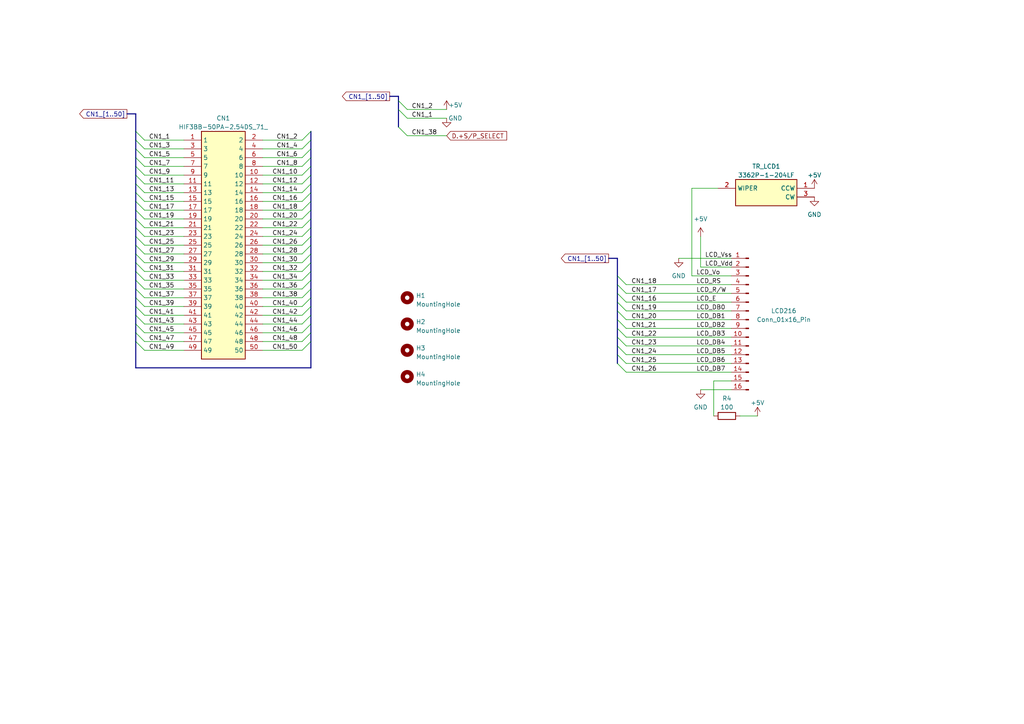
<source format=kicad_sch>
(kicad_sch (version 20230121) (generator eeschema)
  (paper "A4")
  (lib_symbols
    (symbol "Connector:Conn_01x16_Pin" (pin_names (offset 1.016) hide)
      (property "Reference" "J" (at 0 20.32 0))
      (property "Value" "Conn_01x16_Pin" (at 0 -22.86 0))
      (symbol "Conn_01x16_Pin_1_1"
        (polyline (pts (xy 1.27 -20.32) (xy 0.8636 -20.32)) (stroke (width 0.1524)))
        (polyline (pts (xy 1.27 -17.78) (xy 0.8636 -17.78)) (stroke (width 0.1524)))
        (polyline (pts (xy 1.27 -15.24) (xy 0.8636 -15.24)) (stroke (width 0.1524)))
        (polyline (pts (xy 1.27 -12.7) (xy 0.8636 -12.7)) (stroke (width 0.1524)))
        (polyline (pts (xy 1.27 -10.16) (xy 0.8636 -10.16)) (stroke (width 0.1524)))
        (polyline (pts (xy 1.27 -7.62) (xy 0.8636 -7.62)) (stroke (width 0.1524)))
        (polyline (pts (xy 1.27 -5.08) (xy 0.8636 -5.08)) (stroke (width 0.1524)))
        (polyline (pts (xy 1.27 -2.54) (xy 0.8636 -2.54)) (stroke (width 0.1524)))
        (polyline (pts (xy 1.27 0) (xy 0.8636 0)) (stroke (width 0.1524)))
        (polyline (pts (xy 1.27 2.54) (xy 0.8636 2.54)) (stroke (width 0.1524)))
        (polyline (pts (xy 1.27 5.08) (xy 0.8636 5.08)) (stroke (width 0.1524)))
        (polyline (pts (xy 1.27 7.62) (xy 0.8636 7.62)) (stroke (width 0.1524)))
        (polyline (pts (xy 1.27 10.16) (xy 0.8636 10.16)) (stroke (width 0.1524)))
        (polyline (pts (xy 1.27 12.7) (xy 0.8636 12.7)) (stroke (width 0.1524)))
        (polyline (pts (xy 1.27 15.24) (xy 0.8636 15.24)) (stroke (width 0.1524)))
        (polyline (pts (xy 1.27 17.78) (xy 0.8636 17.78)) (stroke (width 0.1524)))
        (rectangle (start 0.8636 -20.193) (end 0 -20.447) (stroke (width 0.1524)) (fill (type outline)))
        (rectangle (start 0.8636 -17.653) (end 0 -17.907) (stroke (width 0.1524)) (fill (type outline)))
        (rectangle (start 0.8636 -15.113) (end 0 -15.367) (stroke (width 0.1524)) (fill (type outline)))
        (rectangle (start 0.8636 -12.573) (end 0 -12.827) (stroke (width 0.1524)) (fill (type outline)))
        (rectangle (start 0.8636 -10.033) (end 0 -10.287) (stroke (width 0.1524)) (fill (type outline)))
        (rectangle (start 0.8636 -7.493) (end 0 -7.747) (stroke (width 0.1524)) (fill (type outline)))
        (rectangle (start 0.8636 -4.953) (end 0 -5.207) (stroke (width 0.1524)) (fill (type outline)))
        (rectangle (start 0.8636 -2.413) (end 0 -2.667) (stroke (width 0.1524)) (fill (type outline)))
        (rectangle (start 0.8636 0.127) (end 0 -0.127) (stroke (width 0.1524)) (fill (type outline)))
        (rectangle (start 0.8636 2.667) (end 0 2.413) (stroke (width 0.1524)) (fill (type outline)))
        (rectangle (start 0.8636 5.207) (end 0 4.953) (stroke (width 0.1524)) (fill (type outline)))
        (rectangle (start 0.8636 7.747) (end 0 7.493) (stroke (width 0.1524)) (fill (type outline)))
        (rectangle (start 0.8636 10.287) (end 0 10.033) (stroke (width 0.1524)) (fill (type outline)))
        (rectangle (start 0.8636 12.827) (end 0 12.573) (stroke (width 0.1524)) (fill (type outline)))
        (rectangle (start 0.8636 15.367) (end 0 15.113) (stroke (width 0.1524)) (fill (type outline)))
        (rectangle (start 0.8636 17.907) (end 0 17.653) (stroke (width 0.1524)) (fill (type outline)))
        (pin passive line (at 5.08 17.78 180) (length 3.81) (name "Pin_1") (number "1"))
        (pin passive line (at 5.08 -5.08 180) (length 3.81) (name "Pin_10") (number "10"))
        (pin passive line (at 5.08 -7.62 180) (length 3.81) (name "Pin_11") (number "11"))
        (pin passive line (at 5.08 -10.16 180) (length 3.81) (name "Pin_12") (number "12"))
        (pin passive line (at 5.08 -12.7 180) (length 3.81) (name "Pin_13") (number "13"))
        (pin passive line (at 5.08 -15.24 180) (length 3.81) (name "Pin_14") (number "14"))
        (pin passive line (at 5.08 -17.78 180) (length 3.81) (name "Pin_15") (number "15"))
        (pin passive line (at 5.08 -20.32 180) (length 3.81) (name "Pin_16") (number "16"))
        (pin passive line (at 5.08 15.24 180) (length 3.81) (name "Pin_2") (number "2"))
        (pin passive line (at 5.08 12.7 180) (length 3.81) (name "Pin_3") (number "3"))
        (pin passive line (at 5.08 10.16 180) (length 3.81) (name "Pin_4") (number "4"))
        (pin passive line (at 5.08 7.62 180) (length 3.81) (name "Pin_5") (number "5"))
        (pin passive line (at 5.08 5.08 180) (length 3.81) (name "Pin_6") (number "6"))
        (pin passive line (at 5.08 2.54 180) (length 3.81) (name "Pin_7") (number "7"))
        (pin passive line (at 5.08 0 180) (length 3.81) (name "Pin_8") (number "8"))
        (pin passive line (at 5.08 -2.54 180) (length 3.81) (name "Pin_9") (number "9"))
      )
    )
    (symbol "Device:R" (pin_numbers hide) (pin_names (offset 0))
      (property "Reference" "R" (at 2.032 0 90))
      (property "Value" "R" (at 0 0 90))
      (symbol "R_0_1"
        (rectangle (start -1.016 -2.54) (end 1.016 2.54) (stroke (width 0.254)))
      )
      (symbol "R_1_1"
        (pin passive line (at 0 3.81 270) (length 1.27) (name "~") (number "1"))
        (pin passive line (at 0 -3.81 90) (length 1.27) (name "~") (number "2"))
      )
    )
    (symbol "Mechanical:MountingHole" (pin_names (offset 1.016))
      (property "Reference" "H" (at 0 5.08 0))
      (property "Value" "MountingHole" (at 0 3.175 0))
      (symbol "MountingHole_0_1"
        (circle (center 0 0) (radius 1.27) (stroke (width 1.27)))
      )
    )
    (symbol "SamacSys_Parts:3362P-1-103LF"
      (property "Reference" "VR" (at 24.13 7.62 0))
      (property "Value" "3362P-1-103LF" (at 24.13 5.08 0))
      (symbol "3362P-1-103LF_1_1"
        (rectangle (start 5.08 2.54) (end 22.86 -5.08) (stroke (width 0.254)) (fill (type background)))
        (pin passive line (at 0 0 0) (length 5.08) (name "CCW") (number "1"))
        (pin passive line (at 27.94 0 180) (length 5.08) (name "WIPER") (number "2"))
        (pin passive line (at 0 -2.54 0) (length 5.08) (name "CW") (number "3"))
      )
    )
    (symbol "SamacSys_Parts:HIF3BB-50PA-2.54DS_71_"
      (property "Reference" "IC" (at 19.05 7.62 0))
      (property "Value" "HIF3BB-50PA-2.54DS_71_" (at 19.05 5.08 0))
      (symbol "HIF3BB-50PA-2.54DS_71__1_1"
        (rectangle (start 5.08 2.54) (end 17.78 -63.5) (stroke (width 0.254)) (fill (type background)))
        (pin passive line (at 0 0 0) (length 5.08) (name "1") (number "1"))
        (pin passive line (at 22.86 -10.16 180) (length 5.08) (name "10") (number "10"))
        (pin passive line (at 0 -12.7 0) (length 5.08) (name "11") (number "11"))
        (pin passive line (at 22.86 -12.7 180) (length 5.08) (name "12") (number "12"))
        (pin passive line (at 0 -15.24 0) (length 5.08) (name "13") (number "13"))
        (pin passive line (at 22.86 -15.24 180) (length 5.08) (name "14") (number "14"))
        (pin passive line (at 0 -17.78 0) (length 5.08) (name "15") (number "15"))
        (pin passive line (at 22.86 -17.78 180) (length 5.08) (name "16") (number "16"))
        (pin passive line (at 0 -20.32 0) (length 5.08) (name "17") (number "17"))
        (pin passive line (at 22.86 -20.32 180) (length 5.08) (name "18") (number "18"))
        (pin passive line (at 0 -22.86 0) (length 5.08) (name "19") (number "19"))
        (pin passive line (at 22.86 0 180) (length 5.08) (name "2") (number "2"))
        (pin passive line (at 22.86 -22.86 180) (length 5.08) (name "20") (number "20"))
        (pin passive line (at 0 -25.4 0) (length 5.08) (name "21") (number "21"))
        (pin passive line (at 22.86 -25.4 180) (length 5.08) (name "22") (number "22"))
        (pin passive line (at 0 -27.94 0) (length 5.08) (name "23") (number "23"))
        (pin passive line (at 22.86 -27.94 180) (length 5.08) (name "24") (number "24"))
        (pin passive line (at 0 -30.48 0) (length 5.08) (name "25") (number "25"))
        (pin passive line (at 22.86 -30.48 180) (length 5.08) (name "26") (number "26"))
        (pin passive line (at 0 -33.02 0) (length 5.08) (name "27") (number "27"))
        (pin passive line (at 22.86 -33.02 180) (length 5.08) (name "28") (number "28"))
        (pin passive line (at 0 -35.56 0) (length 5.08) (name "29") (number "29"))
        (pin passive line (at 0 -2.54 0) (length 5.08) (name "3") (number "3"))
        (pin passive line (at 22.86 -35.56 180) (length 5.08) (name "30") (number "30"))
        (pin passive line (at 0 -38.1 0) (length 5.08) (name "31") (number "31"))
        (pin passive line (at 22.86 -38.1 180) (length 5.08) (name "32") (number "32"))
        (pin passive line (at 0 -40.64 0) (length 5.08) (name "33") (number "33"))
        (pin passive line (at 22.86 -40.64 180) (length 5.08) (name "34") (number "34"))
        (pin passive line (at 0 -43.18 0) (length 5.08) (name "35") (number "35"))
        (pin passive line (at 22.86 -43.18 180) (length 5.08) (name "36") (number "36"))
        (pin passive line (at 0 -45.72 0) (length 5.08) (name "37") (number "37"))
        (pin passive line (at 22.86 -45.72 180) (length 5.08) (name "38") (number "38"))
        (pin passive line (at 0 -48.26 0) (length 5.08) (name "39") (number "39"))
        (pin passive line (at 22.86 -2.54 180) (length 5.08) (name "4") (number "4"))
        (pin passive line (at 22.86 -48.26 180) (length 5.08) (name "40") (number "40"))
        (pin passive line (at 0 -50.8 0) (length 5.08) (name "41") (number "41"))
        (pin passive line (at 22.86 -50.8 180) (length 5.08) (name "42") (number "42"))
        (pin passive line (at 0 -53.34 0) (length 5.08) (name "43") (number "43"))
        (pin passive line (at 22.86 -53.34 180) (length 5.08) (name "44") (number "44"))
        (pin passive line (at 0 -55.88 0) (length 5.08) (name "45") (number "45"))
        (pin passive line (at 22.86 -55.88 180) (length 5.08) (name "46") (number "46"))
        (pin passive line (at 0 -58.42 0) (length 5.08) (name "47") (number "47"))
        (pin passive line (at 22.86 -58.42 180) (length 5.08) (name "48") (number "48"))
        (pin passive line (at 0 -60.96 0) (length 5.08) (name "49") (number "49"))
        (pin passive line (at 0 -5.08 0) (length 5.08) (name "5") (number "5"))
        (pin passive line (at 22.86 -60.96 180) (length 5.08) (name "50") (number "50"))
        (pin passive line (at 22.86 -5.08 180) (length 5.08) (name "6") (number "6"))
        (pin passive line (at 0 -7.62 0) (length 5.08) (name "7") (number "7"))
        (pin passive line (at 22.86 -7.62 180) (length 5.08) (name "8") (number "8"))
        (pin passive line (at 0 -10.16 0) (length 5.08) (name "9") (number "9"))
      )
    )
    (symbol "power:+5V" (power) (pin_names (offset 0))
      (property "Value" "+5V" (at 0 3.556 0))
      (symbol "+5V_0_1"
        (polyline (pts (xy -0.762 1.27) (xy 0 2.54)))
        (polyline (pts (xy 0 0) (xy 0 2.54)))
        (polyline (pts (xy 0 2.54) (xy 0.762 1.27)))
      )
      (symbol "+5V_1_1"
        (pin power_in line (at 0 0 90) (length 0) hide (name "+5V") (number "1"))
      )
    )
    (symbol "power:GND" (power) (pin_names (offset 0))
      (property "Value" "GND" (at 0 -3.81 0))
      (symbol "GND_0_1"
        (polyline (pts (xy 0 0) (xy 0 -1.27) (xy 1.27 -1.27) (xy 0 -2.54) (xy -1.27 -1.27) (xy 0 -1.27)))
      )
      (symbol "GND_1_1"
        (pin power_in line (at 0 0 270) (length 0) hide (name "GND") (number "1"))
      )
    )
  )
  (bus_entry (at 41.91 60.96) (size -2.54 -2.54))
  (bus_entry (at 41.91 58.42) (size -2.54 -2.54))
  (bus_entry (at 41.91 93.98) (size -2.54 -2.54))
  (bus_entry (at 181.61 100.33) (size -2.54 -2.54))
  (bus_entry (at 41.91 73.66) (size -2.54 -2.54))
  (bus_entry (at 87.63 91.44) (size 2.54 -2.54))
  (bus_entry (at 41.91 71.12) (size -2.54 -2.54))
  (bus_entry (at 41.91 81.28) (size -2.54 -2.54))
  (bus_entry (at 87.63 60.96) (size 2.54 -2.54))
  (bus_entry (at 87.63 50.8) (size 2.54 -2.54))
  (bus_entry (at 87.63 58.42) (size 2.54 -2.54))
  (bus_entry (at 118.11 31.75) (size -2.54 -2.54))
  (bus_entry (at 87.63 96.52) (size 2.54 -2.54))
  (bus_entry (at 87.63 45.72) (size 2.54 -2.54))
  (bus_entry (at 41.91 48.26) (size -2.54 -2.54))
  (bus_entry (at 41.91 40.64) (size -2.54 -2.54))
  (bus_entry (at 181.61 90.17) (size -2.54 -2.54))
  (bus_entry (at 87.63 99.06) (size 2.54 -2.54))
  (bus_entry (at 41.91 99.06) (size -2.54 -2.54))
  (bus_entry (at 87.63 53.34) (size 2.54 -2.54))
  (bus_entry (at 87.63 81.28) (size 2.54 -2.54))
  (bus_entry (at 87.63 66.04) (size 2.54 -2.54))
  (bus_entry (at 87.63 93.98) (size 2.54 -2.54))
  (bus_entry (at 41.91 55.88) (size -2.54 -2.54))
  (bus_entry (at 41.91 91.44) (size -2.54 -2.54))
  (bus_entry (at 41.91 53.34) (size -2.54 -2.54))
  (bus_entry (at 87.63 40.64) (size 2.54 -2.54))
  (bus_entry (at 181.61 102.87) (size -2.54 -2.54))
  (bus_entry (at 87.63 86.36) (size 2.54 -2.54))
  (bus_entry (at 181.61 107.95) (size -2.54 -2.54))
  (bus_entry (at 41.91 50.8) (size -2.54 -2.54))
  (bus_entry (at 87.63 43.18) (size 2.54 -2.54))
  (bus_entry (at 41.91 45.72) (size -2.54 -2.54))
  (bus_entry (at 41.91 83.82) (size -2.54 -2.54))
  (bus_entry (at 181.61 87.63) (size -2.54 -2.54))
  (bus_entry (at 87.63 76.2) (size 2.54 -2.54))
  (bus_entry (at 41.91 66.04) (size -2.54 -2.54))
  (bus_entry (at 118.11 39.37) (size -2.54 -2.54))
  (bus_entry (at 41.91 86.36) (size -2.54 -2.54))
  (bus_entry (at 87.63 68.58) (size 2.54 -2.54))
  (bus_entry (at 87.63 71.12) (size 2.54 -2.54))
  (bus_entry (at 41.91 43.18) (size -2.54 -2.54))
  (bus_entry (at 181.61 85.09) (size -2.54 -2.54))
  (bus_entry (at 87.63 83.82) (size 2.54 -2.54))
  (bus_entry (at 181.61 97.79) (size -2.54 -2.54))
  (bus_entry (at 87.63 63.5) (size 2.54 -2.54))
  (bus_entry (at 118.11 34.29) (size -2.54 -2.54))
  (bus_entry (at 41.91 63.5) (size -2.54 -2.54))
  (bus_entry (at 41.91 76.2) (size -2.54 -2.54))
  (bus_entry (at 181.61 95.25) (size -2.54 -2.54))
  (bus_entry (at 87.63 78.74) (size 2.54 -2.54))
  (bus_entry (at 87.63 88.9) (size 2.54 -2.54))
  (bus_entry (at 41.91 88.9) (size -2.54 -2.54))
  (bus_entry (at 41.91 96.52) (size -2.54 -2.54))
  (bus_entry (at 41.91 68.58) (size -2.54 -2.54))
  (bus_entry (at 87.63 55.88) (size 2.54 -2.54))
  (bus_entry (at 87.63 73.66) (size 2.54 -2.54))
  (bus_entry (at 87.63 48.26) (size 2.54 -2.54))
  (bus_entry (at 41.91 101.6) (size -2.54 -2.54))
  (bus_entry (at 87.63 101.6) (size 2.54 -2.54))
  (bus_entry (at 181.61 82.55) (size -2.54 -2.54))
  (bus_entry (at 181.61 105.41) (size -2.54 -2.54))
  (bus_entry (at 181.61 92.71) (size -2.54 -2.54))
  (bus_entry (at 41.91 78.74) (size -2.54 -2.54))
  (bus (pts (xy 39.37 93.98) (xy 39.37 96.52)))
  (wire (pts (xy 41.91 60.96) (xy 53.34 60.96)))
  (wire (pts (xy 87.63 76.2) (xy 76.2 76.2)))
  (bus (pts (xy 39.37 96.52) (xy 39.37 99.06)))
  (wire (pts (xy 181.61 102.87) (xy 212.09 102.87)))
  (bus (pts (xy 39.37 78.74) (xy 39.37 81.28)))
  (bus (pts (xy 90.17 78.74) (xy 90.17 81.28)))
  (wire (pts (xy 41.91 76.2) (xy 53.34 76.2)))
  (wire (pts (xy 41.91 45.72) (xy 53.34 45.72)))
  (bus (pts (xy 39.37 91.44) (xy 39.37 93.98)))
  (bus (pts (xy 39.37 33.02) (xy 39.37 38.1)))
  (wire (pts (xy 203.2 68.58) (xy 203.2 77.47)))
  (wire (pts (xy 181.61 97.79) (xy 212.09 97.79)))
  (bus (pts (xy 90.17 96.52) (xy 90.17 99.06)))
  (bus (pts (xy 39.37 60.96) (xy 39.37 63.5)))
  (bus (pts (xy 39.37 55.88) (xy 39.37 58.42)))
  (wire (pts (xy 181.61 85.09) (xy 212.09 85.09)))
  (bus (pts (xy 179.07 92.71) (xy 179.07 95.25)))
  (bus (pts (xy 179.07 90.17) (xy 179.07 92.71)))
  (wire (pts (xy 181.61 90.17) (xy 212.09 90.17)))
  (bus (pts (xy 179.07 82.55) (xy 179.07 85.09)))
  (bus (pts (xy 90.17 81.28) (xy 90.17 83.82)))
  (wire (pts (xy 196.85 74.93) (xy 212.09 74.93)))
  (bus (pts (xy 179.07 102.87) (xy 179.07 105.41)))
  (wire (pts (xy 207.01 110.49) (xy 207.01 120.65)))
  (bus (pts (xy 90.17 71.12) (xy 90.17 73.66)))
  (wire (pts (xy 87.63 91.44) (xy 76.2 91.44)))
  (bus (pts (xy 39.37 86.36) (xy 39.37 88.9)))
  (bus (pts (xy 115.57 31.75) (xy 115.57 36.83)))
  (wire (pts (xy 41.91 101.6) (xy 53.34 101.6)))
  (wire (pts (xy 41.91 48.26) (xy 53.34 48.26)))
  (wire (pts (xy 87.63 88.9) (xy 76.2 88.9)))
  (bus (pts (xy 90.17 88.9) (xy 90.17 91.44)))
  (wire (pts (xy 41.91 55.88) (xy 53.34 55.88)))
  (bus (pts (xy 39.37 68.58) (xy 39.37 71.12)))
  (wire (pts (xy 41.91 93.98) (xy 53.34 93.98)))
  (bus (pts (xy 90.17 63.5) (xy 90.17 66.04)))
  (wire (pts (xy 87.63 66.04) (xy 76.2 66.04)))
  (bus (pts (xy 39.37 48.26) (xy 39.37 50.8)))
  (bus (pts (xy 115.57 29.21) (xy 115.57 31.75)))
  (wire (pts (xy 41.91 86.36) (xy 53.34 86.36)))
  (wire (pts (xy 41.91 88.9) (xy 53.34 88.9)))
  (bus (pts (xy 90.17 93.98) (xy 90.17 96.52)))
  (wire (pts (xy 87.63 45.72) (xy 76.2 45.72)))
  (wire (pts (xy 87.63 71.12) (xy 76.2 71.12)))
  (wire (pts (xy 87.63 48.26) (xy 76.2 48.26)))
  (wire (pts (xy 41.91 73.66) (xy 53.34 73.66)))
  (wire (pts (xy 118.11 39.37) (xy 129.54 39.37)))
  (wire (pts (xy 87.63 68.58) (xy 76.2 68.58)))
  (wire (pts (xy 200.66 80.01) (xy 200.66 54.61)))
  (wire (pts (xy 118.11 31.75) (xy 129.54 31.75)))
  (wire (pts (xy 87.63 93.98) (xy 76.2 93.98)))
  (wire (pts (xy 41.91 66.04) (xy 53.34 66.04)))
  (bus (pts (xy 39.37 38.1) (xy 39.37 40.64)))
  (wire (pts (xy 87.63 96.52) (xy 76.2 96.52)))
  (wire (pts (xy 181.61 95.25) (xy 212.09 95.25)))
  (bus (pts (xy 90.17 86.36) (xy 90.17 88.9)))
  (wire (pts (xy 203.2 77.47) (xy 212.09 77.47)))
  (bus (pts (xy 39.37 53.34) (xy 39.37 55.88)))
  (wire (pts (xy 41.91 58.42) (xy 53.34 58.42)))
  (wire (pts (xy 207.01 110.49) (xy 212.09 110.49)))
  (bus (pts (xy 90.17 99.06) (xy 90.17 106.68)))
  (bus (pts (xy 90.17 91.44) (xy 90.17 93.98)))
  (wire (pts (xy 87.63 40.64) (xy 76.2 40.64)))
  (wire (pts (xy 200.66 54.61) (xy 208.28 54.61)))
  (bus (pts (xy 90.17 45.72) (xy 90.17 48.26)))
  (wire (pts (xy 41.91 83.82) (xy 53.34 83.82)))
  (wire (pts (xy 41.91 71.12) (xy 53.34 71.12)))
  (wire (pts (xy 41.91 99.06) (xy 53.34 99.06)))
  (wire (pts (xy 87.63 55.88) (xy 76.2 55.88)))
  (bus (pts (xy 90.17 55.88) (xy 90.17 58.42)))
  (bus (pts (xy 90.17 83.82) (xy 90.17 86.36)))
  (wire (pts (xy 212.09 80.01) (xy 200.66 80.01)))
  (wire (pts (xy 181.61 105.41) (xy 212.09 105.41)))
  (bus (pts (xy 39.37 66.04) (xy 39.37 68.58)))
  (bus (pts (xy 179.07 87.63) (xy 179.07 90.17)))
  (bus (pts (xy 176.53 74.93) (xy 179.07 74.93)))
  (wire (pts (xy 41.91 96.52) (xy 53.34 96.52)))
  (bus (pts (xy 115.57 27.94) (xy 115.57 29.21)))
  (bus (pts (xy 39.37 73.66) (xy 39.37 76.2)))
  (bus (pts (xy 90.17 66.04) (xy 90.17 68.58)))
  (bus (pts (xy 36.83 33.02) (xy 39.37 33.02)))
  (bus (pts (xy 39.37 63.5) (xy 39.37 66.04)))
  (bus (pts (xy 90.17 68.58) (xy 90.17 71.12)))
  (bus (pts (xy 39.37 99.06) (xy 39.37 106.68)))
  (wire (pts (xy 181.61 100.33) (xy 212.09 100.33)))
  (bus (pts (xy 90.17 58.42) (xy 90.17 60.96)))
  (bus (pts (xy 90.17 53.34) (xy 90.17 55.88)))
  (bus (pts (xy 39.37 43.18) (xy 39.37 45.72)))
  (wire (pts (xy 181.61 92.71) (xy 212.09 92.71)))
  (bus (pts (xy 179.07 97.79) (xy 179.07 100.33)))
  (wire (pts (xy 41.91 68.58) (xy 53.34 68.58)))
  (wire (pts (xy 87.63 78.74) (xy 76.2 78.74)))
  (wire (pts (xy 87.63 58.42) (xy 76.2 58.42)))
  (bus (pts (xy 39.37 71.12) (xy 39.37 73.66)))
  (bus (pts (xy 39.37 58.42) (xy 39.37 60.96)))
  (wire (pts (xy 87.63 43.18) (xy 76.2 43.18)))
  (wire (pts (xy 41.91 91.44) (xy 53.34 91.44)))
  (bus (pts (xy 39.37 88.9) (xy 39.37 91.44)))
  (bus (pts (xy 90.17 40.64) (xy 90.17 43.18)))
  (bus (pts (xy 90.17 38.1) (xy 90.17 40.64)))
  (wire (pts (xy 87.63 83.82) (xy 76.2 83.82)))
  (wire (pts (xy 87.63 60.96) (xy 76.2 60.96)))
  (bus (pts (xy 39.37 76.2) (xy 39.37 78.74)))
  (wire (pts (xy 118.11 34.29) (xy 129.54 34.29)))
  (bus (pts (xy 113.03 27.94) (xy 115.57 27.94)))
  (wire (pts (xy 41.91 78.74) (xy 53.34 78.74)))
  (bus (pts (xy 39.37 40.64) (xy 39.37 43.18)))
  (wire (pts (xy 181.61 107.95) (xy 212.09 107.95)))
  (wire (pts (xy 87.63 101.6) (xy 76.2 101.6)))
  (bus (pts (xy 39.37 45.72) (xy 39.37 48.26)))
  (wire (pts (xy 41.91 50.8) (xy 53.34 50.8)))
  (bus (pts (xy 39.37 50.8) (xy 39.37 53.34)))
  (wire (pts (xy 41.91 63.5) (xy 53.34 63.5)))
  (wire (pts (xy 181.61 82.55) (xy 212.09 82.55)))
  (bus (pts (xy 90.17 106.68) (xy 39.37 106.68)))
  (bus (pts (xy 179.07 100.33) (xy 179.07 102.87)))
  (wire (pts (xy 181.61 87.63) (xy 212.09 87.63)))
  (wire (pts (xy 87.63 73.66) (xy 76.2 73.66)))
  (wire (pts (xy 41.91 81.28) (xy 53.34 81.28)))
  (wire (pts (xy 87.63 63.5) (xy 76.2 63.5)))
  (wire (pts (xy 41.91 40.64) (xy 53.34 40.64)))
  (bus (pts (xy 90.17 76.2) (xy 90.17 78.74)))
  (bus (pts (xy 90.17 50.8) (xy 90.17 53.34)))
  (wire (pts (xy 87.63 50.8) (xy 76.2 50.8)))
  (bus (pts (xy 39.37 83.82) (xy 39.37 86.36)))
  (bus (pts (xy 90.17 48.26) (xy 90.17 50.8)))
  (bus (pts (xy 179.07 95.25) (xy 179.07 97.79)))
  (bus (pts (xy 90.17 60.96) (xy 90.17 63.5)))
  (wire (pts (xy 87.63 81.28) (xy 76.2 81.28)))
  (wire (pts (xy 41.91 53.34) (xy 53.34 53.34)))
  (bus (pts (xy 39.37 81.28) (xy 39.37 83.82)))
  (bus (pts (xy 179.07 74.93) (xy 179.07 80.01)))
  (wire (pts (xy 87.63 99.06) (xy 76.2 99.06)))
  (bus (pts (xy 179.07 85.09) (xy 179.07 87.63)))
  (wire (pts (xy 203.2 113.03) (xy 212.09 113.03)))
  (wire (pts (xy 214.63 120.65) (xy 219.71 120.65)))
  (bus (pts (xy 179.07 80.01) (xy 179.07 82.55)))
  (wire (pts (xy 41.91 43.18) (xy 53.34 43.18)))
  (bus (pts (xy 90.17 73.66) (xy 90.17 76.2)))
  (bus (pts (xy 90.17 43.18) (xy 90.17 45.72)))
  (wire (pts (xy 87.63 86.36) (xy 76.2 86.36)))
  (wire (pts (xy 87.63 53.34) (xy 76.2 53.34)))
  (label "CN1_16" (at 190.5 87.63 180))
  (label "LCD_DB6" (at 201.93 105.41 0))
  (label "CN1_11" (at 43.18 53.34 0))
  (label "CN1_12" (at 86.36 53.34 180))
  (label "CN1_50" (at 86.36 101.6 180))
  (label "CN1_24" (at 190.5 102.87 180))
  (label "CN1_21" (at 43.18 66.04 0))
  (label "CN1_45" (at 43.18 96.52 0))
  (label "CN1_43" (at 43.18 93.98 0))
  (label "CN1_25" (at 43.18 71.12 0))
  (label "CN1_27" (at 43.18 73.66 0))
  (label "CN1_17" (at 190.5 85.09 180))
  (label "CN1_3" (at 43.18 43.18 0))
  (label "CN1_7" (at 43.18 48.26 0))
  (label "CN1_31" (at 43.18 78.74 0))
  (label "CN1_28" (at 86.36 73.66 180))
  (label "CN1_2" (at 119.38 31.75 0))
  (label "CN1_25" (at 190.5 105.41 180))
  (label "CN1_48" (at 86.36 99.06 180))
  (label "CN1_37" (at 43.18 86.36 0))
  (label "CN1_22" (at 86.36 66.04 180))
  (label "LCD_DB1" (at 201.93 92.71 0))
  (label "CN1_30" (at 86.36 76.2 180))
  (label "CN1_26" (at 190.5 107.95 180))
  (label "CN1_20" (at 86.36 63.5 180))
  (label "CN1_9" (at 43.18 50.8 0))
  (label "CN1_22" (at 190.5 97.79 180))
  (label "LCD_Vdd" (at 204.47 77.47 0))
  (label "CN1_20" (at 190.5 92.71 180))
  (label "CN1_14" (at 86.36 55.88 180))
  (label "CN1_2" (at 86.36 40.64 180))
  (label "CN1_19" (at 190.5 90.17 180))
  (label "CN1_8" (at 86.36 48.26 180))
  (label "LCD_DB5" (at 201.93 102.87 0))
  (label "CN1_36" (at 86.36 83.82 180))
  (label "CN1_42" (at 86.36 91.44 180))
  (label "LCD_DB7" (at 201.93 107.95 0))
  (label "LCD_E" (at 201.93 87.63 0))
  (label "CN1_21" (at 190.5 95.25 180))
  (label "CN1_6" (at 86.36 45.72 180))
  (label "CN1_44" (at 86.36 93.98 180))
  (label "LCD_DB2" (at 201.93 95.25 0))
  (label "CN1_4" (at 86.36 43.18 180))
  (label "CN1_1" (at 119.38 34.29 0))
  (label "CN1_17" (at 43.18 60.96 0))
  (label "CN1_16" (at 86.36 58.42 180))
  (label "CN1_18" (at 86.36 60.96 180))
  (label "CN1_29" (at 43.18 76.2 0))
  (label "LCD_DB3" (at 201.93 97.79 0))
  (label "CN1_40" (at 86.36 88.9 180))
  (label "LCD_Vss" (at 204.47 74.93 0))
  (label "CN1_39" (at 43.18 88.9 0))
  (label "CN1_32" (at 86.36 78.74 180))
  (label "CN1_38" (at 86.36 86.36 180))
  (label "CN1_13" (at 43.18 55.88 0))
  (label "LCD_RS" (at 201.93 82.55 0))
  (label "CN1_35" (at 43.18 83.82 0))
  (label "LCD_R{slash}W" (at 201.93 85.09 0))
  (label "CN1_10" (at 86.36 50.8 180))
  (label "CN1_23" (at 190.5 100.33 180))
  (label "CN1_34" (at 86.36 81.28 180))
  (label "CN1_15" (at 43.18 58.42 0))
  (label "CN1_41" (at 43.18 91.44 0))
  (label "CN1_19" (at 43.18 63.5 0))
  (label "CN1_46" (at 86.36 96.52 180))
  (label "LCD_Vo" (at 201.93 80.01 0))
  (label "CN1_18" (at 190.5 82.55 180))
  (label "CN1_33" (at 43.18 81.28 0))
  (label "CN1_23" (at 43.18 68.58 0))
  (label "CN1_5" (at 43.18 45.72 0))
  (label "CN1_47" (at 43.18 99.06 0))
  (label "CN1_38" (at 119.38 39.37 0))
  (label "CN1_49" (at 43.18 101.6 0))
  (label "LCD_DB4" (at 201.93 100.33 0))
  (label "CN1_1" (at 43.18 40.64 0))
  (label "CN1_26" (at 86.36 71.12 180))
  (label "CN1_24" (at 86.36 68.58 180))
  (label "LCD_DB0" (at 201.93 90.17 0))
  (global_label "D.+S{slash}P_SELECT" (shape input) (at 129.54 39.37 0) (property "Intersheetrefs" "${INTERSHEET_REFS}" (effects hide)))
  (global_label "CN1_[1..50]" (shape output) (at 36.83 33.02 180) (property "Intersheetrefs" "${INTERSHEET_REFS}" (effects hide)))
  (global_label "CN1_[1..50]" (shape output) (at 176.53 74.93 180) (property "Intersheetrefs" "${INTERSHEET_REFS}" (effects hide)))
  (global_label "CN1_[1..50]" (shape output) (at 113.03 27.94 180) (property "Intersheetrefs" "${INTERSHEET_REFS}" (effects hide)))
  (symbol (lib_id "power:+5V") (at 219.71 120.65 0) (unit 1)
    (property "Reference" "#PWR032" (effects hide))
    (property "Value" "+5V" (at 219.71 116.84 0))
  )
  (symbol (lib_id "Mechanical:MountingHole") (at 118.11 86.36 0) (unit 1)
    (property "Reference" "H1" (at 120.65 85.725 0) (effects (justify left)))
    (property "Value" "MountingHole" (at 120.65 88.265 0) (effects (justify left)))
    (property "Footprint" "MountingHole:MountingHole_3.2mm_M3" (effects hide))
  )
  (symbol (lib_id "power:GND") (at 203.2 113.03 0) (unit 1)
    (property "Reference" "#PWR033" (effects hide))
    (property "Value" "GND" (at 203.2 118.11 0))
  )
  (symbol (lib_id "Device:R") (at 210.82 120.65 270) (unit 1)
    (property "Reference" "R4" (at 210.82 115.57 90))
    (property "Value" "100" (at 210.82 118.11 90))
    (property "Footprint" "Resistor_THT:R_Axial_DIN0207_L6.3mm_D2.5mm_P5.08mm_Vertical" (effects hide))
    (instances (project "emu_sp12_panel" (path "" (reference "R4") (unit 1)) (path "" (reference "R_LCD1") (unit 1))))
  )
  (symbol (lib_id "Mechanical:MountingHole") (at 118.11 93.98 0) (unit 1)
    (property "Reference" "H2" (at 120.65 93.345 0) (effects (justify left)))
    (property "Value" "MountingHole" (at 120.65 95.885 0) (effects (justify left)))
    (property "Footprint" "MountingHole:MountingHole_3.2mm_M3" (effects hide))
  )
  (symbol (lib_id "power:+5V") (at 129.54 31.75 0) (unit 1)
    (property "Reference" "#PWR046" (effects hide))
    (property "Value" "+5V" (at 132.08 30.48 0))
  )
  (symbol (lib_id "Mechanical:MountingHole") (at 118.11 109.22 0) (unit 1)
    (property "Reference" "H4" (at 120.65 108.585 0) (effects (justify left)))
    (property "Value" "MountingHole" (at 120.65 111.125 0) (effects (justify left)))
    (property "Footprint" "MountingHole:MountingHole_3.2mm_M3" (effects hide))
  )
  (symbol (lib_id "power:+5V") (at 236.22 54.61 0) (unit 1)
    (property "Reference" "#PWR062" (effects hide))
    (property "Value" "+5V" (at 236.22 50.8 0))
  )
  (symbol (lib_id "SamacSys_Parts:HIF3BB-50PA-2.54DS_71_") (at 53.34 40.64 0) (unit 1)
    (property "Reference" "CN1" (at 64.77 34.29 0))
    (property "Value" "HIF3BB-50PA-2.54DS_71_" (at 64.77 36.83 0))
    (property "Footprint" "SamacSys_Parts:HIF3BB50PA254DS71" (effects hide))
    (property "Datasheet" "https://www.hirose.com/product/document?clcode=&productname=&series=HIF3B&documenttype=Catalog&lang=en&documentid=D31668_en" (effects hide))
    (property "Height" "27.3" (effects hide))
    (property "Manufacturer_Name" "Hirose" (effects hide))
    (property "Manufacturer_Part_Number" "HIF3BB-50PA-2.54DS(71)" (effects hide))
    (property "Mouser Part Number" "798-HIF3BB50PA254DS1" (effects hide))
    (property "Mouser Price/Stock" "https://www.mouser.com/Search/Refine.aspx?Keyword=798-HIF3BB50PA254DS1" (effects hide))
  )
  (symbol (lib_id "power:GND") (at 236.22 57.15 0) (unit 1)
    (property "Reference" "#PWR063" (effects hide))
    (property "Value" "GND" (at 236.22 62.23 0))
  )
  (symbol (lib_id "power:GND") (at 129.54 34.29 0) (unit 1)
    (property "Reference" "#PWR047" (effects hide))
    (property "Value" "GND" (at 132.08 34.29 0))
  )
  (symbol (lib_id "SamacSys_Parts:3362P-1-103LF") (at 236.22 54.61 0) (mirror y) (unit 1)
    (property "Reference" "TR_LCD1" (at 222.25 48.26 0))
    (property "Value" "3362P-1-204LF" (at 222.25 50.8 0))
    (property "Footprint" "SamacSys_Parts:3362P_1" (effects hide))
    (property "Datasheet" "https://datasheet.datasheetarchive.com/originals/distributors/SFDatasheet-6/sf-000139931.pdf" (effects hide))
    (property "Manufacturer_Name" "Bourns" (effects hide))
    (property "Manufacturer_Part_Number" "3362P-1-103LF" (effects hide))
    (property "Mouser Part Number" "652-3362P-1-103LF" (effects hide))
    (property "Mouser Price/Stock" "https://www.mouser.co.uk/ProductDetail/Bourns/3362P-1-103LF?qs=tS7CBNq%252BQ07BavGNEQud%252BA%3D%3D" (effects hide))
    (property "Arrow Part Number" "3362P-1-103LF" (effects hide))
    (property "Arrow Price/Stock" "https://www.arrow.com/en/products/3362p-1-103lf/bourns?region=europe" (effects hide))
  )
  (symbol (lib_id "Mechanical:MountingHole") (at 118.11 101.6 0) (unit 1)
    (property "Reference" "H3" (at 120.65 100.965 0) (effects (justify left)))
    (property "Value" "MountingHole" (at 120.65 103.505 0) (effects (justify left)))
    (property "Footprint" "MountingHole:MountingHole_3.2mm_M3" (effects hide))
  )
  (symbol (lib_id "Connector:Conn_01x16_Pin") (at 217.17 92.71 0) (mirror y) (unit 1)
    (property "Reference" "LCD216" (at 227.33 90.17 0))
    (property "Value" "Conn_01x16_Pin" (at 227.33 92.71 0))
    (property "Footprint" "Connector_PinHeader_2.54mm:PinHeader_1x16_P2.54mm_Vertical" (effects hide))
  )
  (symbol (lib_id "power:GND") (at 196.85 74.93 0) (unit 1)
    (property "Reference" "#PWR048" (effects hide))
    (property "Value" "GND" (at 196.85 80.01 0))
  )
  (symbol (lib_id "power:+5V") (at 203.2 68.58 0) (unit 1)
    (property "Reference" "#PWR034" (effects hide))
    (property "Value" "+5V" (at 203.2 63.5 0))
  )
)
</source>
